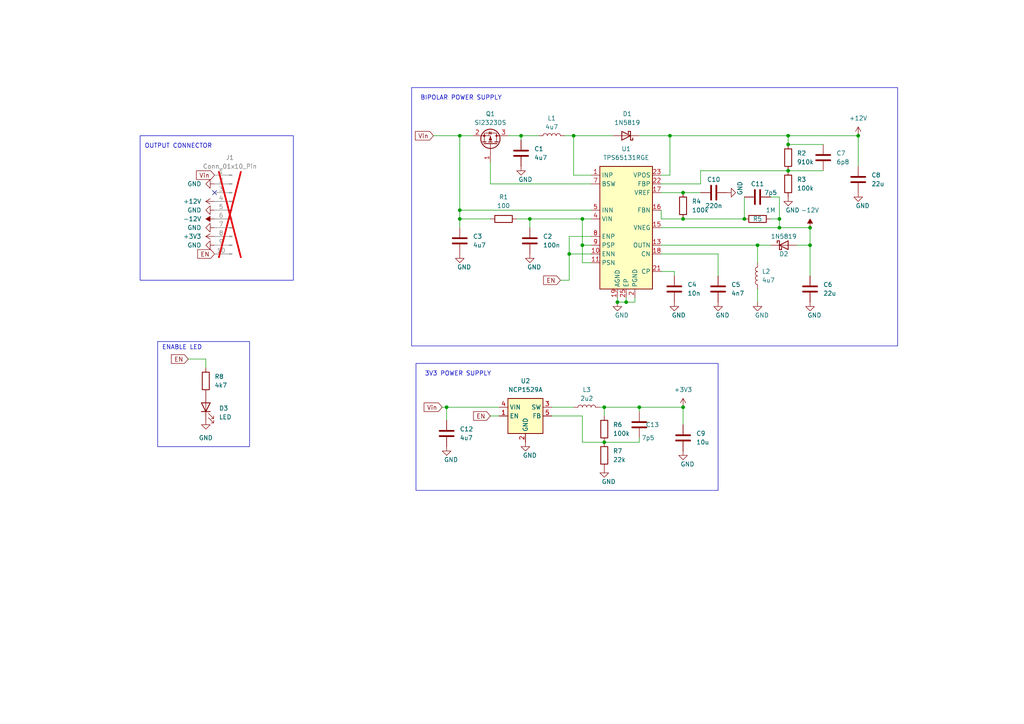
<source format=kicad_sch>
(kicad_sch (version 20230121) (generator eeschema)
  (paper "A4")
  (lib_symbols
    (symbol "Connector:Conn_01x10_Pin" (pin_names (offset 1.016) hide)
      (property "Reference" "J" (at 0 12.7 0))
      (property "Value" "Conn_01x10_Pin" (at 0 -15.24 0))
      (symbol "Conn_01x10_Pin_1_1"
        (polyline (pts (xy 1.27 -12.7) (xy 0.8636 -12.7)) (stroke (width 0.1524)))
        (polyline (pts (xy 1.27 -10.16) (xy 0.8636 -10.16)) (stroke (width 0.1524)))
        (polyline (pts (xy 1.27 -7.62) (xy 0.8636 -7.62)) (stroke (width 0.1524)))
        (polyline (pts (xy 1.27 -5.08) (xy 0.8636 -5.08)) (stroke (width 0.1524)))
        (polyline (pts (xy 1.27 -2.54) (xy 0.8636 -2.54)) (stroke (width 0.1524)))
        (polyline (pts (xy 1.27 0) (xy 0.8636 0)) (stroke (width 0.1524)))
        (polyline (pts (xy 1.27 2.54) (xy 0.8636 2.54)) (stroke (width 0.1524)))
        (polyline (pts (xy 1.27 5.08) (xy 0.8636 5.08)) (stroke (width 0.1524)))
        (polyline (pts (xy 1.27 7.62) (xy 0.8636 7.62)) (stroke (width 0.1524)))
        (polyline (pts (xy 1.27 10.16) (xy 0.8636 10.16)) (stroke (width 0.1524)))
        (rectangle (start 0.8636 -12.573) (end 0 -12.827) (stroke (width 0.1524)) (fill (type outline)))
        (rectangle (start 0.8636 -10.033) (end 0 -10.287) (stroke (width 0.1524)) (fill (type outline)))
        (rectangle (start 0.8636 -7.493) (end 0 -7.747) (stroke (width 0.1524)) (fill (type outline)))
        (rectangle (start 0.8636 -4.953) (end 0 -5.207) (stroke (width 0.1524)) (fill (type outline)))
        (rectangle (start 0.8636 -2.413) (end 0 -2.667) (stroke (width 0.1524)) (fill (type outline)))
        (rectangle (start 0.8636 0.127) (end 0 -0.127) (stroke (width 0.1524)) (fill (type outline)))
        (rectangle (start 0.8636 2.667) (end 0 2.413) (stroke (width 0.1524)) (fill (type outline)))
        (rectangle (start 0.8636 5.207) (end 0 4.953) (stroke (width 0.1524)) (fill (type outline)))
        (rectangle (start 0.8636 7.747) (end 0 7.493) (stroke (width 0.1524)) (fill (type outline)))
        (rectangle (start 0.8636 10.287) (end 0 10.033) (stroke (width 0.1524)) (fill (type outline)))
        (pin passive line (at 5.08 10.16 180) (length 3.81) (name "Pin_1") (number "1"))
        (pin passive line (at 5.08 -12.7 180) (length 3.81) (name "Pin_10") (number "10"))
        (pin passive line (at 5.08 7.62 180) (length 3.81) (name "Pin_2") (number "2"))
        (pin passive line (at 5.08 5.08 180) (length 3.81) (name "Pin_3") (number "3"))
        (pin passive line (at 5.08 2.54 180) (length 3.81) (name "Pin_4") (number "4"))
        (pin passive line (at 5.08 0 180) (length 3.81) (name "Pin_5") (number "5"))
        (pin passive line (at 5.08 -2.54 180) (length 3.81) (name "Pin_6") (number "6"))
        (pin passive line (at 5.08 -5.08 180) (length 3.81) (name "Pin_7") (number "7"))
        (pin passive line (at 5.08 -7.62 180) (length 3.81) (name "Pin_8") (number "8"))
        (pin passive line (at 5.08 -10.16 180) (length 3.81) (name "Pin_9") (number "9"))
      )
    )
    (symbol "Device:C" (pin_numbers hide) (pin_names (offset 0.254))
      (property "Reference" "C" (at 0.635 2.54 0))
      (property "Value" "C" (at 0.635 -2.54 0))
      (symbol "C_0_1"
        (polyline (pts (xy -2.032 -0.762) (xy 2.032 -0.762)) (stroke (width 0.508)))
        (polyline (pts (xy -2.032 0.762) (xy 2.032 0.762)) (stroke (width 0.508)))
      )
      (symbol "C_1_1"
        (pin passive line (at 0 3.81 270) (length 2.794) (name "~") (number "1"))
        (pin passive line (at 0 -3.81 90) (length 2.794) (name "~") (number "2"))
      )
    )
    (symbol "Device:L" (pin_numbers hide) (pin_names (offset 1.016) hide)
      (property "Reference" "L" (at -1.27 0 90))
      (property "Value" "L" (at 1.905 0 90))
      (symbol "L_0_1"
        (arc (start 0 -2.54) (mid 0.6323 -1.905) (end 0 -1.27))
        (arc (start 0 -1.27) (mid 0.6323 -0.635) (end 0 0))
        (arc (start 0 0) (mid 0.6323 0.635) (end 0 1.27))
        (arc (start 0 1.27) (mid 0.6323 1.905) (end 0 2.54))
      )
      (symbol "L_1_1"
        (pin passive line (at 0 3.81 270) (length 1.27) (name "1") (number "1"))
        (pin passive line (at 0 -3.81 90) (length 1.27) (name "2") (number "2"))
      )
    )
    (symbol "Device:LED" (pin_numbers hide) (pin_names (offset 1.016) hide)
      (property "Reference" "D" (at 0 2.54 0))
      (property "Value" "LED" (at 0 -2.54 0))
      (symbol "LED_0_1"
        (polyline (pts (xy -1.27 -1.27) (xy -1.27 1.27)) (stroke (width 0.254)))
        (polyline (pts (xy -1.27 0) (xy 1.27 0)))
        (polyline (pts (xy 1.27 -1.27) (xy 1.27 1.27) (xy -1.27 0) (xy 1.27 -1.27)) (stroke (width 0.254)))
        (polyline (pts (xy -3.048 -0.762) (xy -4.572 -2.286) (xy -3.81 -2.286) (xy -4.572 -2.286) (xy -4.572 -1.524)))
        (polyline (pts (xy -1.778 -0.762) (xy -3.302 -2.286) (xy -2.54 -2.286) (xy -3.302 -2.286) (xy -3.302 -1.524)))
      )
      (symbol "LED_1_1"
        (pin passive line (at -3.81 0 0) (length 2.54) (name "K") (number "1"))
        (pin passive line (at 3.81 0 180) (length 2.54) (name "A") (number "2"))
      )
    )
    (symbol "Device:R" (pin_numbers hide) (pin_names (offset 0))
      (property "Reference" "R" (at 2.032 0 90))
      (property "Value" "R" (at 0 0 90))
      (symbol "R_0_1"
        (rectangle (start -1.016 -2.54) (end 1.016 2.54) (stroke (width 0.254)))
      )
      (symbol "R_1_1"
        (pin passive line (at 0 3.81 270) (length 1.27) (name "~") (number "1"))
        (pin passive line (at 0 -3.81 90) (length 1.27) (name "~") (number "2"))
      )
    )
    (symbol "Diode:1N5819" (pin_numbers hide) (pin_names (offset 1.016) hide)
      (property "Reference" "D" (at 0 2.54 0))
      (property "Value" "1N5819" (at 0 -2.54 0))
      (symbol "1N5819_0_1"
        (polyline (pts (xy 1.27 0) (xy -1.27 0)))
        (polyline (pts (xy 1.27 1.27) (xy 1.27 -1.27) (xy -1.27 0) (xy 1.27 1.27)) (stroke (width 0.254)))
        (polyline (pts (xy -1.905 0.635) (xy -1.905 1.27) (xy -1.27 1.27) (xy -1.27 -1.27) (xy -0.635 -1.27) (xy -0.635 -0.635)) (stroke (width 0.254)))
      )
      (symbol "1N5819_1_1"
        (pin passive line (at -3.81 0 0) (length 2.54) (name "K") (number "1"))
        (pin passive line (at 3.81 0 180) (length 2.54) (name "A") (number "2"))
      )
    )
    (symbol "Regulator_Switching:NCP1529A"
      (property "Reference" "U" (at -5.08 6.35 0))
      (property "Value" "NCP1529A" (at 0 6.35 0))
      (symbol "NCP1529A_0_1"
        (rectangle (start -5.08 5.08) (end 5.08 -5.08) (stroke (width 0.254)) (fill (type background)))
      )
      (symbol "NCP1529A_1_1"
        (pin input line (at -7.62 0 0) (length 2.54) (name "EN") (number "1"))
        (pin power_in line (at 0 -7.62 90) (length 2.54) (name "GND") (number "2"))
        (pin power_out line (at 7.62 2.54 180) (length 2.54) (name "SW") (number "3"))
        (pin power_in line (at -7.62 2.54 0) (length 2.54) (name "VIN") (number "4"))
        (pin input line (at 7.62 0 180) (length 2.54) (name "FB") (number "5"))
      )
    )
    (symbol "Regulator_Switching:TPS65131RGE"
      (property "Reference" "U" (at -6.858 21.082 0))
      (property "Value" "TPS65131RGE" (at -1.016 19.05 0))
      (symbol "TPS65131RGE_0_1"
        (rectangle (start -7.62 17.78) (end 7.62 -17.78) (stroke (width 0.254)) (fill (type background)))
      )
      (symbol "TPS65131RGE_1_1"
        (pin input line (at -10.16 15.24 0) (length 2.54) (name "INP") (number "1"))
        (pin input line (at -10.16 -7.62 0) (length 2.54) (name "ENN") (number "10"))
        (pin input line (at -10.16 -10.16 0) (length 2.54) (name "PSN") (number "11"))
        (pin no_connect line (at -7.62 7.62 0) (length 2.54) hide (name "NC") (number "12"))
        (pin output line (at 10.16 -5.08 180) (length 2.54) (name "OUTN") (number "13"))
        (pin passive line (at 10.16 -5.08 180) (length 2.54) hide (name "OUTN") (number "14"))
        (pin input line (at 10.16 0 180) (length 2.54) (name "VNEG") (number "15"))
        (pin input line (at 10.16 5.08 180) (length 2.54) (name "FBN") (number "16"))
        (pin output line (at 10.16 10.16 180) (length 2.54) (name "VREF") (number "17"))
        (pin passive line (at 10.16 -7.62 180) (length 2.54) (name "CN") (number "18"))
        (pin power_in line (at -2.54 -20.32 90) (length 2.54) (name "AGND") (number "19"))
        (pin power_in line (at 2.54 -20.32 90) (length 2.54) (name "PGND") (number "2"))
        (pin no_connect line (at -7.62 10.16 0) (length 2.54) hide (name "NC") (number "20"))
        (pin passive line (at 10.16 -12.7 180) (length 2.54) (name "CP") (number "21"))
        (pin input line (at 10.16 12.7 180) (length 2.54) (name "FBP") (number "22"))
        (pin input line (at 10.16 15.24 180) (length 2.54) (name "VPOS") (number "23"))
        (pin input line (at -10.16 15.24 0) (length 2.54) hide (name "INP") (number "24"))
        (pin passive line (at 0 -20.32 90) (length 2.54) (name "EP") (number "25"))
        (pin passive line (at 2.54 -20.32 90) (length 2.54) hide (name "PGND") (number "3"))
        (pin power_in line (at -10.16 2.54 0) (length 2.54) (name "VIN") (number "4"))
        (pin input line (at -10.16 5.08 0) (length 2.54) (name "INN") (number "5"))
        (pin input line (at -10.16 5.08 0) (length 2.54) hide (name "INN") (number "6"))
        (pin output line (at -10.16 12.7 0) (length 2.54) (name "BSW") (number "7"))
        (pin input line (at -10.16 -2.54 0) (length 2.54) (name "ENP") (number "8"))
        (pin input line (at -10.16 -5.08 0) (length 2.54) (name "PSP") (number "9"))
      )
    )
    (symbol "Transistor_FET:Si2319CDS" (pin_names hide)
      (property "Reference" "Q" (at 5.08 1.905 0))
      (property "Value" "Si2319CDS" (at 5.08 0 0))
      (symbol "Si2319CDS_0_1"
        (polyline (pts (xy 0.254 0) (xy -2.54 0)))
        (polyline (pts (xy 0.254 1.905) (xy 0.254 -1.905)) (stroke (width 0.254)))
        (polyline (pts (xy 0.762 -1.27) (xy 0.762 -2.286)) (stroke (width 0.254)))
        (polyline (pts (xy 0.762 0.508) (xy 0.762 -0.508)) (stroke (width 0.254)))
        (polyline (pts (xy 0.762 2.286) (xy 0.762 1.27)) (stroke (width 0.254)))
        (polyline (pts (xy 2.54 2.54) (xy 2.54 1.778)))
        (polyline (pts (xy 2.54 -2.54) (xy 2.54 0) (xy 0.762 0)))
        (polyline (pts (xy 0.762 1.778) (xy 3.302 1.778) (xy 3.302 -1.778) (xy 0.762 -1.778)))
        (polyline (pts (xy 2.286 0) (xy 1.27 0.381) (xy 1.27 -0.381) (xy 2.286 0)) (fill (type outline)))
        (polyline (pts (xy 2.794 -0.508) (xy 2.921 -0.381) (xy 3.683 -0.381) (xy 3.81 -0.254)))
        (polyline (pts (xy 3.302 -0.381) (xy 2.921 0.254) (xy 3.683 0.254) (xy 3.302 -0.381)))
        (circle (center 1.651 0) (radius 2.794) (stroke (width 0.254)))
        (circle (center 2.54 -1.778) (radius 0.254) (fill (type outline)))
        (circle (center 2.54 1.778) (radius 0.254) (fill (type outline)))
      )
      (symbol "Si2319CDS_1_1"
        (pin input line (at -5.08 0 0) (length 2.54) (name "G") (number "1"))
        (pin passive line (at 2.54 -5.08 90) (length 2.54) (name "S") (number "2"))
        (pin passive line (at 2.54 5.08 270) (length 2.54) (name "D") (number "3"))
      )
    )
    (symbol "power:+12V" (power) (pin_names (offset 0))
      (property "Value" "+12V" (at 0 3.556 0))
      (symbol "+12V_0_1"
        (polyline (pts (xy -0.762 1.27) (xy 0 2.54)))
        (polyline (pts (xy 0 0) (xy 0 2.54)))
        (polyline (pts (xy 0 2.54) (xy 0.762 1.27)))
      )
      (symbol "+12V_1_1"
        (pin power_in line (at 0 0 90) (length 0) hide (name "+12V") (number "1"))
      )
    )
    (symbol "power:+3V3" (power) (pin_names (offset 0))
      (property "Value" "+3V3" (at 0 3.556 0))
      (symbol "+3V3_0_1"
        (polyline (pts (xy -0.762 1.27) (xy 0 2.54)))
        (polyline (pts (xy 0 0) (xy 0 2.54)))
        (polyline (pts (xy 0 2.54) (xy 0.762 1.27)))
      )
      (symbol "+3V3_1_1"
        (pin power_in line (at 0 0 90) (length 0) hide (name "+3V3") (number "1"))
      )
    )
    (symbol "power:-12V" (power) (pin_names (offset 0))
      (property "Value" "-12V" (at 0 3.81 0))
      (symbol "-12V_0_0"
        (pin power_in line (at 0 0 90) (length 0) hide (name "-12V") (number "1"))
      )
      (symbol "-12V_0_1"
        (polyline (pts (xy 0 0) (xy 0 1.27) (xy 0.762 1.27) (xy 0 2.54) (xy -0.762 1.27) (xy 0 1.27)) (fill (type outline)))
      )
    )
    (symbol "power:GND" (power) (pin_names (offset 0))
      (property "Value" "GND" (at 0 -3.81 0))
      (symbol "GND_0_1"
        (polyline (pts (xy 0 0) (xy 0 -1.27) (xy 1.27 -1.27) (xy 0 -2.54) (xy -1.27 -1.27) (xy 0 -1.27)))
      )
      (symbol "GND_1_1"
        (pin power_in line (at 0 0 270) (length 0) hide (name "GND") (number "1"))
      )
    )
  )
  (junction (at 175.26 118.11))
  (junction (at 133.35 63.5))
  (junction (at 168.91 63.5))
  (junction (at 194.31 39.37))
  (junction (at 129.54 118.11))
  (junction (at 234.95 71.12))
  (junction (at 228.6 41.91))
  (junction (at 151.13 39.37))
  (junction (at 248.92 39.37))
  (junction (at 133.35 39.37))
  (junction (at 228.6 39.37))
  (junction (at 219.71 71.12))
  (junction (at 179.07 87.63))
  (junction (at 228.6 49.53))
  (junction (at 175.26 128.27))
  (junction (at 198.12 63.5))
  (junction (at 234.95 66.04))
  (junction (at 133.35 60.96))
  (junction (at 198.12 55.88))
  (junction (at 185.42 118.11))
  (junction (at 215.9 63.5))
  (junction (at 165.1 73.66))
  (junction (at 226.06 66.04))
  (junction (at 198.12 118.11))
  (junction (at 226.06 63.5))
  (junction (at 166.37 39.37))
  (junction (at 168.91 71.12))
  (junction (at 153.67 63.5))
  (junction (at 181.61 87.63))
  (no_connect (at 62.23 55.88))
  (wire (pts (xy 198.12 63.5) (xy 215.9 63.5)))
  (wire (pts (xy 194.31 39.37) (xy 228.6 39.37)))
  (wire (pts (xy 129.54 121.92) (xy 129.54 118.11)))
  (wire (pts (xy 133.35 63.5) (xy 133.35 66.04)))
  (wire (pts (xy 160.02 120.65) (xy 168.91 120.65)))
  (wire (pts (xy 149.86 63.5) (xy 153.67 63.5)))
  (wire (pts (xy 226.06 57.15) (xy 226.06 63.5)))
  (wire (pts (xy 166.37 39.37) (xy 163.83 39.37)))
  (wire (pts (xy 234.95 66.04) (xy 234.95 71.12)))
  (wire (pts (xy 191.77 53.34) (xy 203.2 53.34)))
  (wire (pts (xy 133.35 63.5) (xy 133.35 60.96)))
  (wire (pts (xy 226.06 63.5) (xy 226.06 66.04)))
  (wire (pts (xy 133.35 39.37) (xy 137.16 39.37)))
  (wire (pts (xy 228.6 39.37) (xy 248.92 39.37)))
  (wire (pts (xy 175.26 128.27) (xy 185.42 128.27)))
  (wire (pts (xy 153.67 63.5) (xy 168.91 63.5)))
  (wire (pts (xy 168.91 63.5) (xy 168.91 71.12)))
  (wire (pts (xy 234.95 71.12) (xy 231.14 71.12)))
  (wire (pts (xy 226.06 66.04) (xy 234.95 66.04)))
  (wire (pts (xy 203.2 53.34) (xy 203.2 49.53)))
  (wire (pts (xy 59.69 104.14) (xy 59.69 106.68)))
  (wire (pts (xy 142.24 46.99) (xy 142.24 53.34)))
  (wire (pts (xy 175.26 118.11) (xy 175.26 120.65)))
  (wire (pts (xy 191.77 55.88) (xy 198.12 55.88)))
  (wire (pts (xy 219.71 83.82) (xy 219.71 87.63)))
  (wire (pts (xy 171.45 68.58) (xy 165.1 68.58)))
  (wire (pts (xy 191.77 60.96) (xy 191.77 63.5)))
  (wire (pts (xy 191.77 50.8) (xy 194.31 50.8)))
  (wire (pts (xy 234.95 80.01) (xy 234.95 71.12)))
  (wire (pts (xy 151.13 39.37) (xy 156.21 39.37)))
  (wire (pts (xy 142.24 53.34) (xy 171.45 53.34)))
  (wire (pts (xy 185.42 118.11) (xy 175.26 118.11)))
  (wire (pts (xy 151.13 39.37) (xy 147.32 39.37)))
  (wire (pts (xy 191.77 66.04) (xy 226.06 66.04)))
  (wire (pts (xy 191.77 63.5) (xy 198.12 63.5)))
  (wire (pts (xy 195.58 80.01) (xy 195.58 78.74)))
  (wire (pts (xy 208.28 73.66) (xy 208.28 80.01)))
  (wire (pts (xy 228.6 49.53) (xy 238.76 49.53)))
  (wire (pts (xy 219.71 71.12) (xy 223.52 71.12)))
  (wire (pts (xy 129.54 118.11) (xy 144.78 118.11)))
  (wire (pts (xy 171.45 60.96) (xy 133.35 60.96)))
  (wire (pts (xy 165.1 68.58) (xy 165.1 73.66)))
  (wire (pts (xy 168.91 63.5) (xy 171.45 63.5)))
  (wire (pts (xy 191.77 71.12) (xy 219.71 71.12)))
  (wire (pts (xy 179.07 87.63) (xy 181.61 87.63)))
  (wire (pts (xy 165.1 73.66) (xy 165.1 81.28)))
  (wire (pts (xy 215.9 57.15) (xy 215.9 63.5)))
  (wire (pts (xy 185.42 127) (xy 185.42 128.27)))
  (wire (pts (xy 194.31 39.37) (xy 185.42 39.37)))
  (wire (pts (xy 198.12 118.11) (xy 185.42 118.11)))
  (wire (pts (xy 171.45 76.2) (xy 168.91 76.2)))
  (wire (pts (xy 128.27 118.11) (xy 129.54 118.11)))
  (wire (pts (xy 168.91 71.12) (xy 168.91 76.2)))
  (wire (pts (xy 194.31 39.37) (xy 194.31 50.8)))
  (wire (pts (xy 203.2 49.53) (xy 228.6 49.53)))
  (wire (pts (xy 125.73 39.37) (xy 133.35 39.37)))
  (wire (pts (xy 198.12 55.88) (xy 203.2 55.88)))
  (wire (pts (xy 191.77 78.74) (xy 195.58 78.74)))
  (wire (pts (xy 168.91 128.27) (xy 175.26 128.27)))
  (wire (pts (xy 208.28 73.66) (xy 191.77 73.66)))
  (wire (pts (xy 184.15 86.36) (xy 184.15 87.63)))
  (wire (pts (xy 171.45 50.8) (xy 166.37 50.8)))
  (wire (pts (xy 153.67 63.5) (xy 153.67 66.04)))
  (wire (pts (xy 223.52 57.15) (xy 226.06 57.15)))
  (wire (pts (xy 223.52 63.5) (xy 226.06 63.5)))
  (wire (pts (xy 181.61 86.36) (xy 181.61 87.63)))
  (wire (pts (xy 168.91 120.65) (xy 168.91 128.27)))
  (wire (pts (xy 166.37 50.8) (xy 166.37 39.37)))
  (wire (pts (xy 133.35 60.96) (xy 133.35 39.37)))
  (wire (pts (xy 228.6 41.91) (xy 228.6 39.37)))
  (wire (pts (xy 166.37 39.37) (xy 177.8 39.37)))
  (wire (pts (xy 179.07 86.36) (xy 179.07 87.63)))
  (wire (pts (xy 160.02 118.11) (xy 166.37 118.11)))
  (wire (pts (xy 185.42 118.11) (xy 185.42 119.38)))
  (wire (pts (xy 175.26 118.11) (xy 173.99 118.11)))
  (wire (pts (xy 219.71 71.12) (xy 219.71 76.2)))
  (wire (pts (xy 181.61 87.63) (xy 184.15 87.63)))
  (wire (pts (xy 142.24 120.65) (xy 144.78 120.65)))
  (wire (pts (xy 165.1 73.66) (xy 171.45 73.66)))
  (wire (pts (xy 198.12 123.19) (xy 198.12 118.11)))
  (wire (pts (xy 162.56 81.28) (xy 165.1 81.28)))
  (wire (pts (xy 171.45 71.12) (xy 168.91 71.12)))
  (wire (pts (xy 54.61 104.14) (xy 59.69 104.14)))
  (wire (pts (xy 151.13 40.64) (xy 151.13 39.37)))
  (wire (pts (xy 248.92 48.26) (xy 248.92 39.37)))
  (wire (pts (xy 228.6 41.91) (xy 238.76 41.91)))
  (wire (pts (xy 142.24 63.5) (xy 133.35 63.5)))
  (rectangle (start 120.65 105.41) (end 208.28 142.24))
  (rectangle (start 40.64 39.37) (end 85.09 81.28))
  (rectangle (start 119.38 25.4) (end 260.35 100.33))
  (rectangle (start 45.72 99.06) (end 72.39 129.54))
  (text "3V3 POWER SUPPLY" (at 123.19 109.22 0) (effects (font (size 1.27 1.27)) (justify left bottom)))
  (text "ENABLE LED" (at 46.99 101.6 0) (effects (font (size 1.27 1.27)) (justify left bottom)))
  (text "OUTPUT CONNECTOR" (at 41.91 43.18 0) (effects (font (size 1.27 1.27)) (justify left bottom)))
  (text "BIPOLAR POWER SUPPLY" (at 121.92 29.21 0) (effects (font (size 1.27 1.27)) (justify left bottom)))
  (global_label "Vin" (shape input) (at 62.23 50.8 180) (property "Intersheetrefs" "${INTERSHEET_REFS}" (effects hide)))
  (global_label "Vin" (shape input) (at 125.73 39.37 180) (property "Intersheetrefs" "${INTERSHEET_REFS}" (effects hide)))
  (global_label "Vin" (shape input) (at 128.27 118.11 180) (property "Intersheetrefs" "${INTERSHEET_REFS}" (effects hide)))
  (global_label "EN" (shape input) (at 142.24 120.65 180) (property "Intersheetrefs" "${INTERSHEET_REFS}" (effects hide)))
  (global_label "EN" (shape input) (at 162.56 81.28 180) (property "Intersheetrefs" "${INTERSHEET_REFS}" (effects hide)))
  (global_label "EN" (shape input) (at 54.61 104.14 180) (property "Intersheetrefs" "${INTERSHEET_REFS}" (effects hide)))
  (global_label "EN" (shape input) (at 62.23 73.66 180) (property "Intersheetrefs" "${INTERSHEET_REFS}" (effects hide)))
  (symbol (lib_id "Device:R") (at 175.26 124.46 180) (unit 1)
    (property "Reference" "R6" (at 177.8 123.19 0) (effects (justify right)))
    (property "Value" "100k" (at 177.8 125.73 0) (effects (justify right)))
    (property "Footprint" "Resistor_SMD:R_0603_1608Metric" (effects hide))
  )
  (symbol (lib_id "Device:R") (at 59.69 110.49 180) (unit 1)
    (property "Reference" "R8" (at 62.23 109.22 0) (effects (justify right)))
    (property "Value" "4k7" (at 62.23 111.76 0) (effects (justify right)))
    (property "Footprint" "Resistor_SMD:R_0603_1608Metric" (effects hide))
  )
  (symbol (lib_id "Device:C") (at 208.28 83.82 0) (unit 1)
    (property "Reference" "C5" (at 212.09 82.55 0) (effects (justify left)))
    (property "Value" "4n7" (at 212.09 85.09 0) (effects (justify left)))
    (property "Footprint" "Capacitor_SMD:C_0603_1608Metric" (effects hide))
  )
  (symbol (lib_id "power:GND") (at 210.82 55.88 90) (unit 1)
    (property "Reference" "#PWR019" (effects hide))
    (property "Value" "GND" (at 214.63 54.61 0))
  )
  (symbol (lib_id "power:GND") (at 129.54 129.54 0) (unit 1)
    (property "Reference" "#PWR06" (effects hide))
    (property "Value" "GND" (at 130.81 133.35 0))
  )
  (symbol (lib_id "Device:C") (at 151.13 44.45 0) (unit 1)
    (property "Reference" "C1" (at 154.94 43.18 0) (effects (justify left)))
    (property "Value" "4u7" (at 154.94 45.72 0) (effects (justify left)))
    (property "Footprint" "Capacitor_SMD:C_0805_2012Metric" (effects hide))
  )
  (symbol (lib_id "Device:R") (at 228.6 53.34 180) (unit 1)
    (property "Reference" "R3" (at 231.14 52.07 0) (effects (justify right)))
    (property "Value" "100k" (at 231.14 54.61 0) (effects (justify right)))
    (property "Footprint" "Resistor_SMD:R_0603_1608Metric" (effects hide))
  )
  (symbol (lib_id "power:GND") (at 151.13 48.26 0) (unit 1)
    (property "Reference" "#PWR09" (effects hide))
    (property "Value" "GND" (at 152.4 52.07 0))
  )
  (symbol (lib_id "power:GND") (at 228.6 57.15 0) (unit 1)
    (property "Reference" "#PWR018" (effects hide))
    (property "Value" "GND" (at 229.87 60.96 0))
  )
  (symbol (lib_id "Device:C") (at 185.42 123.19 0) (unit 1)
    (property "Reference" "C13" (at 189.23 123.19 0))
    (property "Value" "7p5" (at 187.96 127 0))
    (property "Footprint" "Capacitor_SMD:C_0603_1608Metric" (effects hide))
  )
  (symbol (lib_id "Device:C") (at 207.01 55.88 90) (unit 1)
    (property "Reference" "C10" (at 207.01 52.07 90))
    (property "Value" "220n" (at 207.01 59.69 90))
    (property "Footprint" "Capacitor_SMD:C_0603_1608Metric" (effects hide))
  )
  (symbol (lib_id "power:GND") (at 62.23 60.96 270) (unit 1)
    (property "Reference" "#PWR03" (effects hide))
    (property "Value" "GND" (at 58.42 60.96 90) (effects (justify right)))
  )
  (symbol (lib_id "power:+12V") (at 62.23 58.42 90) (unit 1)
    (property "Reference" "#PWR02" (effects hide))
    (property "Value" "+12V" (at 58.42 58.42 90) (effects (justify left)))
  )
  (symbol (lib_id "power:GND") (at 152.4 128.27 0) (unit 1)
    (property "Reference" "#PWR022" (effects hide))
    (property "Value" "GND" (at 153.67 132.08 0))
  )
  (symbol (lib_id "power:GND") (at 208.28 87.63 0) (unit 1)
    (property "Reference" "#PWR014" (effects hide))
    (property "Value" "GND" (at 209.55 91.44 0))
  )
  (symbol (lib_id "power:-12V") (at 234.95 66.04 0) (unit 1)
    (property "Reference" "#PWR021" (effects hide))
    (property "Value" "-12V" (at 234.95 60.96 0))
  )
  (symbol (lib_id "Device:C") (at 198.12 127 0) (unit 1)
    (property "Reference" "C9" (at 201.93 125.73 0) (effects (justify left)))
    (property "Value" "10u" (at 201.93 128.27 0) (effects (justify left)))
    (property "Footprint" "Capacitor_SMD:C_0805_2012Metric" (effects hide))
    (property "JLCPCB Part  #" "C307523" (effects hide))
  )
  (symbol (lib_id "Device:L") (at 170.18 118.11 90) (unit 1)
    (property "Reference" "L3" (at 170.18 113.03 90))
    (property "Value" "2u2" (at 170.18 115.57 90))
    (property "Footprint" "Inductor_SMD:L_1008_2520Metric" (effects hide))
    (property "JLCPCB Part #" "C668447" (effects hide))
  )
  (symbol (lib_id "Diode:1N5819") (at 227.33 71.12 0) (unit 1)
    (property "Reference" "D2" (at 227.33 73.66 0))
    (property "Value" "1N5819" (at 227.33 68.58 0))
    (property "Footprint" "Diode_SMD:D_SOD-123" (effects hide))
    (property "Datasheet" "http://www.vishay.com/docs/88525/1n5817.pdf" (effects hide))
    (property "JLCPCB Part #" "C82544" (effects hide))
  )
  (symbol (lib_id "Transistor_FET:Si2319CDS") (at 142.24 41.91 270) (mirror x) (unit 1)
    (property "Reference" "Q1" (at 142.24 33.02 90))
    (property "Value" "Si2323DS" (at 142.24 35.56 90))
    (property "Footprint" "Package_TO_SOT_SMD:SOT-23" (effects hide))
    (property "Datasheet" "http://www.vishay.com/docs/66709/si2319cd.pdf" (effects hide))
    (property "JLCPCB Part #" "C165449" (effects hide))
  )
  (symbol (lib_id "Device:C") (at 129.54 125.73 0) (unit 1)
    (property "Reference" "C12" (at 133.35 124.46 0) (effects (justify left)))
    (property "Value" "4u7" (at 133.35 127 0) (effects (justify left)))
    (property "Footprint" "Capacitor_SMD:C_0805_2012Metric" (effects hide))
  )
  (symbol (lib_id "Device:R") (at 175.26 132.08 180) (unit 1)
    (property "Reference" "R7" (at 177.8 130.81 0) (effects (justify right)))
    (property "Value" "22k" (at 177.8 133.35 0) (effects (justify right)))
    (property "Footprint" "Resistor_SMD:R_0603_1608Metric" (effects hide))
  )
  (symbol (lib_id "power:GND") (at 234.95 87.63 0) (unit 1)
    (property "Reference" "#PWR015" (effects hide))
    (property "Value" "GND" (at 236.22 91.44 0))
  )
  (symbol (lib_id "power:+12V") (at 248.92 39.37 0) (unit 1)
    (property "Reference" "#PWR020" (effects hide))
    (property "Value" "+12V" (at 248.92 34.29 0))
  )
  (symbol (lib_id "Device:C") (at 133.35 69.85 0) (unit 1)
    (property "Reference" "C3" (at 137.16 68.58 0) (effects (justify left)))
    (property "Value" "4u7" (at 137.16 71.12 0) (effects (justify left)))
    (property "Footprint" "Capacitor_SMD:C_0805_2012Metric" (effects hide))
  )
  (symbol (lib_id "power:GND") (at 195.58 87.63 0) (unit 1)
    (property "Reference" "#PWR013" (effects hide))
    (property "Value" "GND" (at 196.85 91.44 0))
  )
  (symbol (lib_id "power:GND") (at 62.23 71.12 270) (unit 1)
    (property "Reference" "#PWR07" (effects hide))
    (property "Value" "GND" (at 58.42 71.12 90) (effects (justify right)))
  )
  (symbol (lib_id "Device:L") (at 219.71 80.01 180) (unit 1)
    (property "Reference" "L2" (at 220.98 78.74 0) (effects (justify right)))
    (property "Value" "4u7" (at 220.98 81.28 0) (effects (justify right)))
    (property "Footprint" "Inductor_SMD_Wurth:L_Wurth_WE-LQSH-4020" (effects hide))
    (property "JLCPCB Part #" "C2649331" (effects hide))
  )
  (symbol (lib_id "Device:C") (at 234.95 83.82 0) (unit 1)
    (property "Reference" "C6" (at 238.76 82.55 0) (effects (justify left)))
    (property "Value" "22u" (at 238.76 85.09 0) (effects (justify left)))
    (property "Footprint" "Capacitor_SMD:C_0805_2012Metric" (effects hide))
  )
  (symbol (lib_id "Device:R") (at 219.71 63.5 270) (unit 1)
    (property "Reference" "R5" (at 219.71 63.5 90))
    (property "Value" "1M" (at 223.52 60.96 90))
    (property "Footprint" "Resistor_SMD:R_0603_1608Metric" (effects hide))
  )
  (symbol (lib_id "Device:R") (at 198.12 59.69 180) (unit 1)
    (property "Reference" "R4" (at 200.66 58.42 0) (effects (justify right)))
    (property "Value" "100k" (at 200.66 60.96 0) (effects (justify right)))
    (property "Footprint" "Resistor_SMD:R_0603_1608Metric" (effects hide))
  )
  (symbol (lib_id "power:GND") (at 153.67 73.66 0) (unit 1)
    (property "Reference" "#PWR011" (effects hide))
    (property "Value" "GND" (at 154.94 77.47 0))
  )
  (symbol (lib_id "Device:R") (at 228.6 45.72 180) (unit 1)
    (property "Reference" "R2" (at 231.14 44.45 0) (effects (justify right)))
    (property "Value" "910k" (at 231.14 46.99 0) (effects (justify right)))
    (property "Footprint" "Resistor_SMD:R_0805_2012Metric" (effects hide))
    (property "JLCPCB Part #" "C425483" (effects hide))
  )
  (symbol (lib_id "power:GND") (at 133.35 73.66 0) (unit 1)
    (property "Reference" "#PWR010" (effects hide))
    (property "Value" "GND" (at 134.62 77.47 0))
  )
  (symbol (lib_id "power:GND") (at 59.69 121.92 0) (unit 1)
    (property "Reference" "#PWR026" (effects hide))
    (property "Value" "GND" (at 59.69 127 0))
  )
  (symbol (lib_id "Diode:1N5819") (at 181.61 39.37 180) (unit 1)
    (property "Reference" "D1" (at 181.9275 33.02 0))
    (property "Value" "1N5819" (at 181.9275 35.56 0))
    (property "Footprint" "Diode_SMD:D_SOD-123" (effects hide))
    (property "Datasheet" "http://www.vishay.com/docs/88525/1n5817.pdf" (effects hide))
    (property "JLCPCB Part #" "C82544" (effects hide))
  )
  (symbol (lib_id "power:+3V3") (at 62.23 68.58 90) (unit 1)
    (property "Reference" "#PWR08" (effects hide))
    (property "Value" "+3V3" (at 58.42 68.58 90) (effects (justify left)))
  )
  (symbol (lib_id "power:+3V3") (at 198.12 118.11 0) (unit 1)
    (property "Reference" "#PWR024" (effects hide))
    (property "Value" "+3V3" (at 198.12 113.03 0))
  )
  (symbol (lib_id "Device:C") (at 219.71 57.15 90) (unit 1)
    (property "Reference" "C11" (at 219.71 53.34 90))
    (property "Value" "7p5" (at 223.52 55.88 90))
    (property "Footprint" "Capacitor_SMD:C_0603_1608Metric" (effects hide))
  )
  (symbol (lib_id "Device:LED") (at 59.69 118.11 90) (unit 1)
    (property "Reference" "D3" (at 63.5 118.4275 90) (effects (justify right)))
    (property "Value" "LED" (at 63.5 120.9675 90) (effects (justify right)))
    (property "Footprint" "LED_SMD:LED_0603_1608Metric" (effects hide))
  )
  (symbol (lib_id "power:GND") (at 198.12 130.81 0) (unit 1)
    (property "Reference" "#PWR023" (effects hide))
    (property "Value" "GND" (at 199.39 134.62 0))
  )
  (symbol (lib_id "Regulator_Switching:NCP1529A") (at 152.4 120.65 0) (unit 1)
    (property "Reference" "U2" (at 152.4 110.49 0))
    (property "Value" "NCP1529A" (at 152.4 113.03 0))
    (property "Footprint" "Package_TO_SOT_SMD:SOT-23-5" (effects hide))
    (property "Datasheet" "https://www.onsemi.com/pub/Collateral/NCP1529-D.PDF" (effects hide))
  )
  (symbol (lib_id "Device:C") (at 238.76 45.72 0) (unit 1)
    (property "Reference" "C7" (at 242.57 44.45 0) (effects (justify left)))
    (property "Value" "6p8" (at 242.57 46.99 0) (effects (justify left)))
    (property "Footprint" "Capacitor_SMD:C_0603_1608Metric" (effects hide))
  )
  (symbol (lib_id "Regulator_Switching:TPS65131RGE") (at 181.61 66.04 0) (unit 1)
    (property "Reference" "U1" (at 181.61 43.18 0))
    (property "Value" "TPS65131RGE" (at 181.61 45.72 0))
    (property "Footprint" "Package_DFN_QFN:VQFN-24-1EP_4x4mm_P0.5mm_EP2.45x2.45mm_ThermalVias" (effects hide))
    (property "Datasheet" "http://www.ti.com/lit/ds/symlink/tps65130.pdf" (effects hide))
    (property "JLCPCB Part #" "C87663" (effects hide))
  )
  (symbol (lib_id "power:GND") (at 248.92 55.88 0) (unit 1)
    (property "Reference" "#PWR017" (effects hide))
    (property "Value" "GND" (at 250.19 59.69 0))
  )
  (symbol (lib_id "Device:C") (at 195.58 83.82 0) (unit 1)
    (property "Reference" "C4" (at 199.39 82.55 0) (effects (justify left)))
    (property "Value" "10n" (at 199.39 85.09 0) (effects (justify left)))
    (property "Footprint" "Capacitor_SMD:C_0603_1608Metric" (effects hide))
  )
  (symbol (lib_id "power:GND") (at 62.23 53.34 270) (unit 1)
    (property "Reference" "#PWR01" (effects hide))
    (property "Value" "GND" (at 58.42 53.34 90) (effects (justify right)))
  )
  (symbol (lib_id "power:GND") (at 179.07 87.63 0) (unit 1)
    (property "Reference" "#PWR012" (effects hide))
    (property "Value" "GND" (at 180.34 91.44 0))
  )
  (symbol (lib_id "power:-12V") (at 62.23 63.5 90) (unit 1)
    (property "Reference" "#PWR04" (effects hide))
    (property "Value" "-12V" (at 58.42 63.5 90) (effects (justify left)))
  )
  (symbol (lib_id "power:GND") (at 175.26 135.89 0) (unit 1)
    (property "Reference" "#PWR025" (effects hide))
    (property "Value" "GND" (at 176.53 139.7 0))
  )
  (symbol (lib_id "Device:L") (at 160.02 39.37 90) (unit 1)
    (property "Reference" "L1" (at 160.02 34.29 90))
    (property "Value" "4u7" (at 160.02 36.83 90))
    (property "Footprint" "Inductor_SMD_Wurth:L_Wurth_WE-LQSH-4020" (effects hide))
    (property "JLCPCB Part #" "C2649331" (effects hide))
  )
  (symbol (lib_id "power:GND") (at 62.23 66.04 270) (unit 1)
    (property "Reference" "#PWR05" (effects hide))
    (property "Value" "GND" (at 58.42 66.04 90) (effects (justify right)))
  )
  (symbol (lib_id "Connector:Conn_01x10_Pin") (at 67.31 60.96 0) (mirror y) (unit 1) (dnp yes)
    (property "Reference" "J1" (at 66.675 45.72 0))
    (property "Value" "Conn_01x10_Pin" (at 66.675 48.26 0))
    (property "Footprint" "Connector_PinHeader_2.54mm:PinHeader_1x10_P2.54mm_Horizontal" (effects hide))
  )
  (symbol (lib_id "Device:R") (at 146.05 63.5 90) (unit 1)
    (property "Reference" "R1" (at 146.05 57.15 90))
    (property "Value" "100" (at 146.05 59.69 90))
    (property "Footprint" "Resistor_SMD:R_0603_1608Metric" (effects hide))
  )
  (symbol (lib_id "Device:C") (at 248.92 52.07 0) (unit 1)
    (property "Reference" "C8" (at 252.73 50.8 0) (effects (justify left)))
    (property "Value" "22u" (at 252.73 53.34 0) (effects (justify left)))
    (property "Footprint" "Capacitor_SMD:C_0805_2012Metric" (effects hide))
  )
  (symbol (lib_id "power:GND") (at 219.71 87.63 0) (unit 1)
    (property "Reference" "#PWR016" (effects hide))
    (property "Value" "GND" (at 220.98 91.44 0))
  )
  (symbol (lib_id "Device:C") (at 153.67 69.85 0) (unit 1)
    (property "Reference" "C2" (at 157.48 68.58 0) (effects (justify left)))
    (property "Value" "100n" (at 157.48 71.12 0) (effects (justify left)))
    (property "Footprint" "Capacitor_SMD:C_0603_1608Metric" (effects hide))
  )
)
</source>
